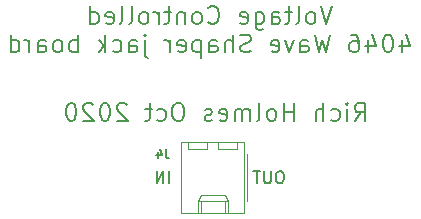
<source format=gbr>
%TF.GenerationSoftware,KiCad,Pcbnew,5.1.10-88a1d61d58~90~ubuntu20.04.1*%
%TF.CreationDate,2021-08-12T10:43:50-04:00*%
%TF.ProjectId,waveshaper,77617665-7368-4617-9065-722e6b696361,rev?*%
%TF.SameCoordinates,Original*%
%TF.FileFunction,Legend,Bot*%
%TF.FilePolarity,Positive*%
%FSLAX46Y46*%
G04 Gerber Fmt 4.6, Leading zero omitted, Abs format (unit mm)*
G04 Created by KiCad (PCBNEW 5.1.10-88a1d61d58~90~ubuntu20.04.1) date 2021-08-12 10:43:50*
%MOMM*%
%LPD*%
G01*
G04 APERTURE LIST*
%ADD10C,0.150000*%
%ADD11C,0.120000*%
G04 APERTURE END LIST*
D10*
X236523809Y-186702380D02*
X236523809Y-185702380D01*
X236047619Y-186702380D02*
X236047619Y-185702380D01*
X235476190Y-186702380D01*
X235476190Y-185702380D01*
X246000000Y-185702380D02*
X245809523Y-185702380D01*
X245714285Y-185750000D01*
X245619047Y-185845238D01*
X245571428Y-186035714D01*
X245571428Y-186369047D01*
X245619047Y-186559523D01*
X245714285Y-186654761D01*
X245809523Y-186702380D01*
X246000000Y-186702380D01*
X246095238Y-186654761D01*
X246190476Y-186559523D01*
X246238095Y-186369047D01*
X246238095Y-186035714D01*
X246190476Y-185845238D01*
X246095238Y-185750000D01*
X246000000Y-185702380D01*
X245142857Y-185702380D02*
X245142857Y-186511904D01*
X245095238Y-186607142D01*
X245047619Y-186654761D01*
X244952380Y-186702380D01*
X244761904Y-186702380D01*
X244666666Y-186654761D01*
X244619047Y-186607142D01*
X244571428Y-186511904D01*
X244571428Y-185702380D01*
X244238095Y-185702380D02*
X243666666Y-185702380D01*
X243952380Y-186702380D02*
X243952380Y-185702380D01*
X250357142Y-171728571D02*
X249857142Y-173228571D01*
X249357142Y-171728571D01*
X248642857Y-173228571D02*
X248785714Y-173157142D01*
X248857142Y-173085714D01*
X248928571Y-172942857D01*
X248928571Y-172514285D01*
X248857142Y-172371428D01*
X248785714Y-172300000D01*
X248642857Y-172228571D01*
X248428571Y-172228571D01*
X248285714Y-172300000D01*
X248214285Y-172371428D01*
X248142857Y-172514285D01*
X248142857Y-172942857D01*
X248214285Y-173085714D01*
X248285714Y-173157142D01*
X248428571Y-173228571D01*
X248642857Y-173228571D01*
X247285714Y-173228571D02*
X247428571Y-173157142D01*
X247500000Y-173014285D01*
X247500000Y-171728571D01*
X246928571Y-172228571D02*
X246357142Y-172228571D01*
X246714285Y-171728571D02*
X246714285Y-173014285D01*
X246642857Y-173157142D01*
X246500000Y-173228571D01*
X246357142Y-173228571D01*
X245214285Y-173228571D02*
X245214285Y-172442857D01*
X245285714Y-172300000D01*
X245428571Y-172228571D01*
X245714285Y-172228571D01*
X245857142Y-172300000D01*
X245214285Y-173157142D02*
X245357142Y-173228571D01*
X245714285Y-173228571D01*
X245857142Y-173157142D01*
X245928571Y-173014285D01*
X245928571Y-172871428D01*
X245857142Y-172728571D01*
X245714285Y-172657142D01*
X245357142Y-172657142D01*
X245214285Y-172585714D01*
X243857142Y-172228571D02*
X243857142Y-173442857D01*
X243928571Y-173585714D01*
X244000000Y-173657142D01*
X244142857Y-173728571D01*
X244357142Y-173728571D01*
X244500000Y-173657142D01*
X243857142Y-173157142D02*
X244000000Y-173228571D01*
X244285714Y-173228571D01*
X244428571Y-173157142D01*
X244500000Y-173085714D01*
X244571428Y-172942857D01*
X244571428Y-172514285D01*
X244500000Y-172371428D01*
X244428571Y-172300000D01*
X244285714Y-172228571D01*
X244000000Y-172228571D01*
X243857142Y-172300000D01*
X242571428Y-173157142D02*
X242714285Y-173228571D01*
X243000000Y-173228571D01*
X243142857Y-173157142D01*
X243214285Y-173014285D01*
X243214285Y-172442857D01*
X243142857Y-172300000D01*
X243000000Y-172228571D01*
X242714285Y-172228571D01*
X242571428Y-172300000D01*
X242500000Y-172442857D01*
X242500000Y-172585714D01*
X243214285Y-172728571D01*
X239857142Y-173085714D02*
X239928571Y-173157142D01*
X240142857Y-173228571D01*
X240285714Y-173228571D01*
X240500000Y-173157142D01*
X240642857Y-173014285D01*
X240714285Y-172871428D01*
X240785714Y-172585714D01*
X240785714Y-172371428D01*
X240714285Y-172085714D01*
X240642857Y-171942857D01*
X240500000Y-171800000D01*
X240285714Y-171728571D01*
X240142857Y-171728571D01*
X239928571Y-171800000D01*
X239857142Y-171871428D01*
X239000000Y-173228571D02*
X239142857Y-173157142D01*
X239214285Y-173085714D01*
X239285714Y-172942857D01*
X239285714Y-172514285D01*
X239214285Y-172371428D01*
X239142857Y-172300000D01*
X239000000Y-172228571D01*
X238785714Y-172228571D01*
X238642857Y-172300000D01*
X238571428Y-172371428D01*
X238500000Y-172514285D01*
X238500000Y-172942857D01*
X238571428Y-173085714D01*
X238642857Y-173157142D01*
X238785714Y-173228571D01*
X239000000Y-173228571D01*
X237857142Y-172228571D02*
X237857142Y-173228571D01*
X237857142Y-172371428D02*
X237785714Y-172300000D01*
X237642857Y-172228571D01*
X237428571Y-172228571D01*
X237285714Y-172300000D01*
X237214285Y-172442857D01*
X237214285Y-173228571D01*
X236714285Y-172228571D02*
X236142857Y-172228571D01*
X236500000Y-171728571D02*
X236500000Y-173014285D01*
X236428571Y-173157142D01*
X236285714Y-173228571D01*
X236142857Y-173228571D01*
X235642857Y-173228571D02*
X235642857Y-172228571D01*
X235642857Y-172514285D02*
X235571428Y-172371428D01*
X235500000Y-172300000D01*
X235357142Y-172228571D01*
X235214285Y-172228571D01*
X234500000Y-173228571D02*
X234642857Y-173157142D01*
X234714285Y-173085714D01*
X234785714Y-172942857D01*
X234785714Y-172514285D01*
X234714285Y-172371428D01*
X234642857Y-172300000D01*
X234500000Y-172228571D01*
X234285714Y-172228571D01*
X234142857Y-172300000D01*
X234071428Y-172371428D01*
X234000000Y-172514285D01*
X234000000Y-172942857D01*
X234071428Y-173085714D01*
X234142857Y-173157142D01*
X234285714Y-173228571D01*
X234500000Y-173228571D01*
X233142857Y-173228571D02*
X233285714Y-173157142D01*
X233357142Y-173014285D01*
X233357142Y-171728571D01*
X232357142Y-173228571D02*
X232500000Y-173157142D01*
X232571428Y-173014285D01*
X232571428Y-171728571D01*
X231214285Y-173157142D02*
X231357142Y-173228571D01*
X231642857Y-173228571D01*
X231785714Y-173157142D01*
X231857142Y-173014285D01*
X231857142Y-172442857D01*
X231785714Y-172300000D01*
X231642857Y-172228571D01*
X231357142Y-172228571D01*
X231214285Y-172300000D01*
X231142857Y-172442857D01*
X231142857Y-172585714D01*
X231857142Y-172728571D01*
X229857142Y-173228571D02*
X229857142Y-171728571D01*
X229857142Y-173157142D02*
X230000000Y-173228571D01*
X230285714Y-173228571D01*
X230428571Y-173157142D01*
X230500000Y-173085714D01*
X230571428Y-172942857D01*
X230571428Y-172514285D01*
X230500000Y-172371428D01*
X230428571Y-172300000D01*
X230285714Y-172228571D01*
X230000000Y-172228571D01*
X229857142Y-172300000D01*
X256214285Y-174628571D02*
X256214285Y-175628571D01*
X256571428Y-174057142D02*
X256928571Y-175128571D01*
X256000000Y-175128571D01*
X255142857Y-174128571D02*
X255000000Y-174128571D01*
X254857142Y-174200000D01*
X254785714Y-174271428D01*
X254714285Y-174414285D01*
X254642857Y-174700000D01*
X254642857Y-175057142D01*
X254714285Y-175342857D01*
X254785714Y-175485714D01*
X254857142Y-175557142D01*
X255000000Y-175628571D01*
X255142857Y-175628571D01*
X255285714Y-175557142D01*
X255357142Y-175485714D01*
X255428571Y-175342857D01*
X255500000Y-175057142D01*
X255500000Y-174700000D01*
X255428571Y-174414285D01*
X255357142Y-174271428D01*
X255285714Y-174200000D01*
X255142857Y-174128571D01*
X253357142Y-174628571D02*
X253357142Y-175628571D01*
X253714285Y-174057142D02*
X254071428Y-175128571D01*
X253142857Y-175128571D01*
X251928571Y-174128571D02*
X252214285Y-174128571D01*
X252357142Y-174200000D01*
X252428571Y-174271428D01*
X252571428Y-174485714D01*
X252642857Y-174771428D01*
X252642857Y-175342857D01*
X252571428Y-175485714D01*
X252500000Y-175557142D01*
X252357142Y-175628571D01*
X252071428Y-175628571D01*
X251928571Y-175557142D01*
X251857142Y-175485714D01*
X251785714Y-175342857D01*
X251785714Y-174985714D01*
X251857142Y-174842857D01*
X251928571Y-174771428D01*
X252071428Y-174700000D01*
X252357142Y-174700000D01*
X252500000Y-174771428D01*
X252571428Y-174842857D01*
X252642857Y-174985714D01*
X250142857Y-174128571D02*
X249785714Y-175628571D01*
X249500000Y-174557142D01*
X249214285Y-175628571D01*
X248857142Y-174128571D01*
X247642857Y-175628571D02*
X247642857Y-174842857D01*
X247714285Y-174700000D01*
X247857142Y-174628571D01*
X248142857Y-174628571D01*
X248285714Y-174700000D01*
X247642857Y-175557142D02*
X247785714Y-175628571D01*
X248142857Y-175628571D01*
X248285714Y-175557142D01*
X248357142Y-175414285D01*
X248357142Y-175271428D01*
X248285714Y-175128571D01*
X248142857Y-175057142D01*
X247785714Y-175057142D01*
X247642857Y-174985714D01*
X247071428Y-174628571D02*
X246714285Y-175628571D01*
X246357142Y-174628571D01*
X245214285Y-175557142D02*
X245357142Y-175628571D01*
X245642857Y-175628571D01*
X245785714Y-175557142D01*
X245857142Y-175414285D01*
X245857142Y-174842857D01*
X245785714Y-174700000D01*
X245642857Y-174628571D01*
X245357142Y-174628571D01*
X245214285Y-174700000D01*
X245142857Y-174842857D01*
X245142857Y-174985714D01*
X245857142Y-175128571D01*
X243428571Y-175557142D02*
X243214285Y-175628571D01*
X242857142Y-175628571D01*
X242714285Y-175557142D01*
X242642857Y-175485714D01*
X242571428Y-175342857D01*
X242571428Y-175200000D01*
X242642857Y-175057142D01*
X242714285Y-174985714D01*
X242857142Y-174914285D01*
X243142857Y-174842857D01*
X243285714Y-174771428D01*
X243357142Y-174700000D01*
X243428571Y-174557142D01*
X243428571Y-174414285D01*
X243357142Y-174271428D01*
X243285714Y-174200000D01*
X243142857Y-174128571D01*
X242785714Y-174128571D01*
X242571428Y-174200000D01*
X241928571Y-175628571D02*
X241928571Y-174128571D01*
X241285714Y-175628571D02*
X241285714Y-174842857D01*
X241357142Y-174700000D01*
X241500000Y-174628571D01*
X241714285Y-174628571D01*
X241857142Y-174700000D01*
X241928571Y-174771428D01*
X239928571Y-175628571D02*
X239928571Y-174842857D01*
X240000000Y-174700000D01*
X240142857Y-174628571D01*
X240428571Y-174628571D01*
X240571428Y-174700000D01*
X239928571Y-175557142D02*
X240071428Y-175628571D01*
X240428571Y-175628571D01*
X240571428Y-175557142D01*
X240642857Y-175414285D01*
X240642857Y-175271428D01*
X240571428Y-175128571D01*
X240428571Y-175057142D01*
X240071428Y-175057142D01*
X239928571Y-174985714D01*
X239214285Y-174628571D02*
X239214285Y-176128571D01*
X239214285Y-174700000D02*
X239071428Y-174628571D01*
X238785714Y-174628571D01*
X238642857Y-174700000D01*
X238571428Y-174771428D01*
X238500000Y-174914285D01*
X238500000Y-175342857D01*
X238571428Y-175485714D01*
X238642857Y-175557142D01*
X238785714Y-175628571D01*
X239071428Y-175628571D01*
X239214285Y-175557142D01*
X237285714Y-175557142D02*
X237428571Y-175628571D01*
X237714285Y-175628571D01*
X237857142Y-175557142D01*
X237928571Y-175414285D01*
X237928571Y-174842857D01*
X237857142Y-174700000D01*
X237714285Y-174628571D01*
X237428571Y-174628571D01*
X237285714Y-174700000D01*
X237214285Y-174842857D01*
X237214285Y-174985714D01*
X237928571Y-175128571D01*
X236571428Y-175628571D02*
X236571428Y-174628571D01*
X236571428Y-174914285D02*
X236500000Y-174771428D01*
X236428571Y-174700000D01*
X236285714Y-174628571D01*
X236142857Y-174628571D01*
X234500000Y-174628571D02*
X234500000Y-175914285D01*
X234571428Y-176057142D01*
X234714285Y-176128571D01*
X234785714Y-176128571D01*
X234500000Y-174128571D02*
X234571428Y-174200000D01*
X234500000Y-174271428D01*
X234428571Y-174200000D01*
X234500000Y-174128571D01*
X234500000Y-174271428D01*
X233142857Y-175628571D02*
X233142857Y-174842857D01*
X233214285Y-174700000D01*
X233357142Y-174628571D01*
X233642857Y-174628571D01*
X233785714Y-174700000D01*
X233142857Y-175557142D02*
X233285714Y-175628571D01*
X233642857Y-175628571D01*
X233785714Y-175557142D01*
X233857142Y-175414285D01*
X233857142Y-175271428D01*
X233785714Y-175128571D01*
X233642857Y-175057142D01*
X233285714Y-175057142D01*
X233142857Y-174985714D01*
X231785714Y-175557142D02*
X231928571Y-175628571D01*
X232214285Y-175628571D01*
X232357142Y-175557142D01*
X232428571Y-175485714D01*
X232500000Y-175342857D01*
X232500000Y-174914285D01*
X232428571Y-174771428D01*
X232357142Y-174700000D01*
X232214285Y-174628571D01*
X231928571Y-174628571D01*
X231785714Y-174700000D01*
X231142857Y-175628571D02*
X231142857Y-174128571D01*
X231000000Y-175057142D02*
X230571428Y-175628571D01*
X230571428Y-174628571D02*
X231142857Y-175200000D01*
X228785714Y-175628571D02*
X228785714Y-174128571D01*
X228785714Y-174700000D02*
X228642857Y-174628571D01*
X228357142Y-174628571D01*
X228214285Y-174700000D01*
X228142857Y-174771428D01*
X228071428Y-174914285D01*
X228071428Y-175342857D01*
X228142857Y-175485714D01*
X228214285Y-175557142D01*
X228357142Y-175628571D01*
X228642857Y-175628571D01*
X228785714Y-175557142D01*
X227214285Y-175628571D02*
X227357142Y-175557142D01*
X227428571Y-175485714D01*
X227500000Y-175342857D01*
X227500000Y-174914285D01*
X227428571Y-174771428D01*
X227357142Y-174700000D01*
X227214285Y-174628571D01*
X227000000Y-174628571D01*
X226857142Y-174700000D01*
X226785714Y-174771428D01*
X226714285Y-174914285D01*
X226714285Y-175342857D01*
X226785714Y-175485714D01*
X226857142Y-175557142D01*
X227000000Y-175628571D01*
X227214285Y-175628571D01*
X225428571Y-175628571D02*
X225428571Y-174842857D01*
X225500000Y-174700000D01*
X225642857Y-174628571D01*
X225928571Y-174628571D01*
X226071428Y-174700000D01*
X225428571Y-175557142D02*
X225571428Y-175628571D01*
X225928571Y-175628571D01*
X226071428Y-175557142D01*
X226142857Y-175414285D01*
X226142857Y-175271428D01*
X226071428Y-175128571D01*
X225928571Y-175057142D01*
X225571428Y-175057142D01*
X225428571Y-174985714D01*
X224714285Y-175628571D02*
X224714285Y-174628571D01*
X224714285Y-174914285D02*
X224642857Y-174771428D01*
X224571428Y-174700000D01*
X224428571Y-174628571D01*
X224285714Y-174628571D01*
X223142857Y-175628571D02*
X223142857Y-174128571D01*
X223142857Y-175557142D02*
X223285714Y-175628571D01*
X223571428Y-175628571D01*
X223714285Y-175557142D01*
X223785714Y-175485714D01*
X223857142Y-175342857D01*
X223857142Y-174914285D01*
X223785714Y-174771428D01*
X223714285Y-174700000D01*
X223571428Y-174628571D01*
X223285714Y-174628571D01*
X223142857Y-174700000D01*
X252250000Y-181428571D02*
X252750000Y-180714285D01*
X253107142Y-181428571D02*
X253107142Y-179928571D01*
X252535714Y-179928571D01*
X252392857Y-180000000D01*
X252321428Y-180071428D01*
X252250000Y-180214285D01*
X252250000Y-180428571D01*
X252321428Y-180571428D01*
X252392857Y-180642857D01*
X252535714Y-180714285D01*
X253107142Y-180714285D01*
X251607142Y-181428571D02*
X251607142Y-180428571D01*
X251607142Y-179928571D02*
X251678571Y-180000000D01*
X251607142Y-180071428D01*
X251535714Y-180000000D01*
X251607142Y-179928571D01*
X251607142Y-180071428D01*
X250250000Y-181357142D02*
X250392857Y-181428571D01*
X250678571Y-181428571D01*
X250821428Y-181357142D01*
X250892857Y-181285714D01*
X250964285Y-181142857D01*
X250964285Y-180714285D01*
X250892857Y-180571428D01*
X250821428Y-180500000D01*
X250678571Y-180428571D01*
X250392857Y-180428571D01*
X250250000Y-180500000D01*
X249607142Y-181428571D02*
X249607142Y-179928571D01*
X248964285Y-181428571D02*
X248964285Y-180642857D01*
X249035714Y-180500000D01*
X249178571Y-180428571D01*
X249392857Y-180428571D01*
X249535714Y-180500000D01*
X249607142Y-180571428D01*
X247107142Y-181428571D02*
X247107142Y-179928571D01*
X247107142Y-180642857D02*
X246250000Y-180642857D01*
X246250000Y-181428571D02*
X246250000Y-179928571D01*
X245321428Y-181428571D02*
X245464285Y-181357142D01*
X245535714Y-181285714D01*
X245607142Y-181142857D01*
X245607142Y-180714285D01*
X245535714Y-180571428D01*
X245464285Y-180500000D01*
X245321428Y-180428571D01*
X245107142Y-180428571D01*
X244964285Y-180500000D01*
X244892857Y-180571428D01*
X244821428Y-180714285D01*
X244821428Y-181142857D01*
X244892857Y-181285714D01*
X244964285Y-181357142D01*
X245107142Y-181428571D01*
X245321428Y-181428571D01*
X243964285Y-181428571D02*
X244107142Y-181357142D01*
X244178571Y-181214285D01*
X244178571Y-179928571D01*
X243392857Y-181428571D02*
X243392857Y-180428571D01*
X243392857Y-180571428D02*
X243321428Y-180500000D01*
X243178571Y-180428571D01*
X242964285Y-180428571D01*
X242821428Y-180500000D01*
X242750000Y-180642857D01*
X242750000Y-181428571D01*
X242750000Y-180642857D02*
X242678571Y-180500000D01*
X242535714Y-180428571D01*
X242321428Y-180428571D01*
X242178571Y-180500000D01*
X242107142Y-180642857D01*
X242107142Y-181428571D01*
X240821428Y-181357142D02*
X240964285Y-181428571D01*
X241250000Y-181428571D01*
X241392857Y-181357142D01*
X241464285Y-181214285D01*
X241464285Y-180642857D01*
X241392857Y-180500000D01*
X241250000Y-180428571D01*
X240964285Y-180428571D01*
X240821428Y-180500000D01*
X240750000Y-180642857D01*
X240750000Y-180785714D01*
X241464285Y-180928571D01*
X240178571Y-181357142D02*
X240035714Y-181428571D01*
X239750000Y-181428571D01*
X239607142Y-181357142D01*
X239535714Y-181214285D01*
X239535714Y-181142857D01*
X239607142Y-181000000D01*
X239750000Y-180928571D01*
X239964285Y-180928571D01*
X240107142Y-180857142D01*
X240178571Y-180714285D01*
X240178571Y-180642857D01*
X240107142Y-180500000D01*
X239964285Y-180428571D01*
X239750000Y-180428571D01*
X239607142Y-180500000D01*
X237464285Y-179928571D02*
X237178571Y-179928571D01*
X237035714Y-180000000D01*
X236892857Y-180142857D01*
X236821428Y-180428571D01*
X236821428Y-180928571D01*
X236892857Y-181214285D01*
X237035714Y-181357142D01*
X237178571Y-181428571D01*
X237464285Y-181428571D01*
X237607142Y-181357142D01*
X237750000Y-181214285D01*
X237821428Y-180928571D01*
X237821428Y-180428571D01*
X237750000Y-180142857D01*
X237607142Y-180000000D01*
X237464285Y-179928571D01*
X235535714Y-181357142D02*
X235678571Y-181428571D01*
X235964285Y-181428571D01*
X236107142Y-181357142D01*
X236178571Y-181285714D01*
X236250000Y-181142857D01*
X236250000Y-180714285D01*
X236178571Y-180571428D01*
X236107142Y-180500000D01*
X235964285Y-180428571D01*
X235678571Y-180428571D01*
X235535714Y-180500000D01*
X235107142Y-180428571D02*
X234535714Y-180428571D01*
X234892857Y-179928571D02*
X234892857Y-181214285D01*
X234821428Y-181357142D01*
X234678571Y-181428571D01*
X234535714Y-181428571D01*
X232964285Y-180071428D02*
X232892857Y-180000000D01*
X232750000Y-179928571D01*
X232392857Y-179928571D01*
X232250000Y-180000000D01*
X232178571Y-180071428D01*
X232107142Y-180214285D01*
X232107142Y-180357142D01*
X232178571Y-180571428D01*
X233035714Y-181428571D01*
X232107142Y-181428571D01*
X231178571Y-179928571D02*
X231035714Y-179928571D01*
X230892857Y-180000000D01*
X230821428Y-180071428D01*
X230750000Y-180214285D01*
X230678571Y-180500000D01*
X230678571Y-180857142D01*
X230750000Y-181142857D01*
X230821428Y-181285714D01*
X230892857Y-181357142D01*
X231035714Y-181428571D01*
X231178571Y-181428571D01*
X231321428Y-181357142D01*
X231392857Y-181285714D01*
X231464285Y-181142857D01*
X231535714Y-180857142D01*
X231535714Y-180500000D01*
X231464285Y-180214285D01*
X231392857Y-180071428D01*
X231321428Y-180000000D01*
X231178571Y-179928571D01*
X230107142Y-180071428D02*
X230035714Y-180000000D01*
X229892857Y-179928571D01*
X229535714Y-179928571D01*
X229392857Y-180000000D01*
X229321428Y-180071428D01*
X229250000Y-180214285D01*
X229250000Y-180357142D01*
X229321428Y-180571428D01*
X230178571Y-181428571D01*
X229250000Y-181428571D01*
X228321428Y-179928571D02*
X228178571Y-179928571D01*
X228035714Y-180000000D01*
X227964285Y-180071428D01*
X227892857Y-180214285D01*
X227821428Y-180500000D01*
X227821428Y-180857142D01*
X227892857Y-181142857D01*
X227964285Y-181285714D01*
X228035714Y-181357142D01*
X228178571Y-181428571D01*
X228321428Y-181428571D01*
X228464285Y-181357142D01*
X228535714Y-181285714D01*
X228607142Y-181142857D01*
X228678571Y-180857142D01*
X228678571Y-180500000D01*
X228607142Y-180214285D01*
X228535714Y-180071428D01*
X228464285Y-180000000D01*
X228321428Y-179928571D01*
D11*
%TO.C,J4*%
X242880000Y-183220000D02*
X242880000Y-189240000D01*
X242880000Y-189240000D02*
X237580000Y-189240000D01*
X237580000Y-189240000D02*
X237580000Y-183220000D01*
X237580000Y-183220000D02*
X242880000Y-183220000D01*
X243170000Y-184250000D02*
X243170000Y-188250000D01*
X241500000Y-189240000D02*
X241500000Y-188240000D01*
X241500000Y-188240000D02*
X238960000Y-188240000D01*
X238960000Y-188240000D02*
X238960000Y-189240000D01*
X241500000Y-188240000D02*
X241250000Y-187710000D01*
X241250000Y-187710000D02*
X239210000Y-187710000D01*
X239210000Y-187710000D02*
X238960000Y-188240000D01*
X241250000Y-189240000D02*
X241250000Y-188240000D01*
X239210000Y-189240000D02*
X239210000Y-188240000D01*
X242300000Y-183220000D02*
X242300000Y-183820000D01*
X242300000Y-183820000D02*
X240700000Y-183820000D01*
X240700000Y-183820000D02*
X240700000Y-183220000D01*
X239760000Y-183220000D02*
X239760000Y-183820000D01*
X239760000Y-183820000D02*
X238160000Y-183820000D01*
X238160000Y-183820000D02*
X238160000Y-183220000D01*
D10*
X236250000Y-183839285D02*
X236250000Y-184375000D01*
X236285714Y-184482142D01*
X236357142Y-184553571D01*
X236464285Y-184589285D01*
X236535714Y-184589285D01*
X235571428Y-184089285D02*
X235571428Y-184589285D01*
X235750000Y-183803571D02*
X235928571Y-184339285D01*
X235464285Y-184339285D01*
%TD*%
M02*

</source>
